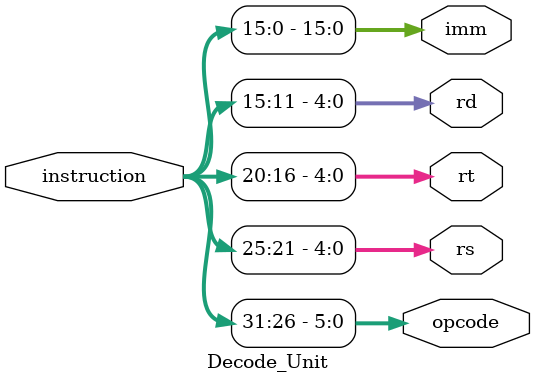
<source format=sv>
module Decode_Unit (
    input [31:0] instruction,  // 32-bit instruction input
    output [5:0] opcode,       // Operation code (bits 31-26)
    output [4:0] rs,           // Source register 1 (bits 25-21)
    output [4:0] rt,           // Source register 2 (bits 20-16)
    output [4:0] rd,           // Destination register (bits 15-11 for R-type)
    output [15:0] imm          // Immediate value (bits 15-0 for I-type)
);

    // Extract fields from the instruction
    assign opcode = instruction[31:26];  // Get opcode
    assign rs     = instruction[25:21];  // Get source register 1
    assign rt     = instruction[20:16];  // Get source register 2
    assign rd     = instruction[15:11];  // Get destination register (R-type)
    assign imm    = instruction[15:0];   // Get immediate value (I-type)

endmodule


</source>
